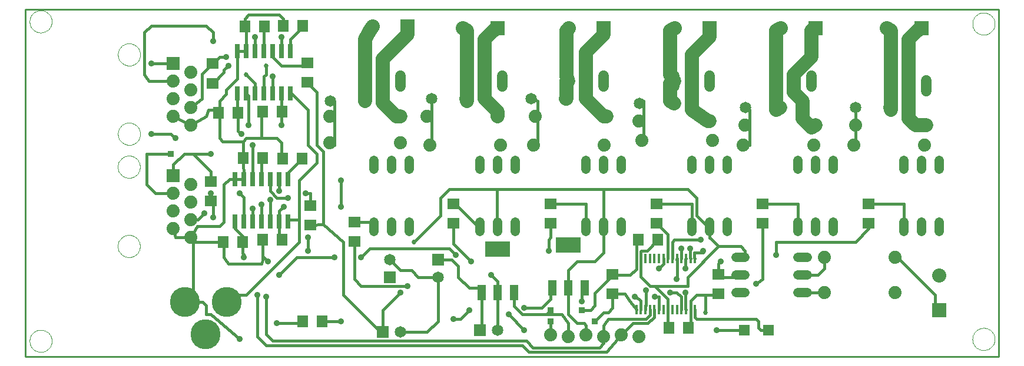
<source format=gtl>
G75*
G70*
%OFA0B0*%
%FSLAX24Y24*%
%IPPOS*%
%LPD*%
%AMOC8*
5,1,8,0,0,1.08239X$1,22.5*
%
%ADD10C,0.0000*%
%ADD11C,0.0100*%
%ADD12R,0.0137X0.0550*%
%ADD13C,0.0740*%
%ADD14R,0.0630X0.0709*%
%ADD15C,0.0520*%
%ADD16C,0.0600*%
%ADD17C,0.0650*%
%ADD18R,0.0709X0.0630*%
%ADD19R,0.0800X0.0800*%
%ADD20C,0.0800*%
%ADD21R,0.0260X0.0800*%
%ADD22R,0.0740X0.0740*%
%ADD23R,0.0480X0.0880*%
%ADD24R,0.1417X0.0866*%
%ADD25R,0.0650X0.0650*%
%ADD26C,0.1700*%
%ADD27R,0.0591X0.0591*%
%ADD28C,0.0160*%
%ADD29R,0.0356X0.0356*%
%ADD30C,0.0356*%
%ADD31C,0.0270*%
%ADD32C,0.0787*%
D10*
X000396Y001026D02*
X000398Y001076D01*
X000404Y001126D01*
X000414Y001175D01*
X000428Y001223D01*
X000445Y001270D01*
X000466Y001315D01*
X000491Y001359D01*
X000519Y001400D01*
X000551Y001439D01*
X000585Y001476D01*
X000622Y001510D01*
X000662Y001540D01*
X000704Y001567D01*
X000748Y001591D01*
X000794Y001612D01*
X000841Y001628D01*
X000889Y001641D01*
X000939Y001650D01*
X000988Y001655D01*
X001039Y001656D01*
X001089Y001653D01*
X001138Y001646D01*
X001187Y001635D01*
X001235Y001620D01*
X001281Y001602D01*
X001326Y001580D01*
X001369Y001554D01*
X001410Y001525D01*
X001449Y001493D01*
X001485Y001458D01*
X001517Y001420D01*
X001547Y001380D01*
X001574Y001337D01*
X001597Y001293D01*
X001616Y001247D01*
X001632Y001199D01*
X001644Y001150D01*
X001652Y001101D01*
X001656Y001051D01*
X001656Y001001D01*
X001652Y000951D01*
X001644Y000902D01*
X001632Y000853D01*
X001616Y000805D01*
X001597Y000759D01*
X001574Y000715D01*
X001547Y000672D01*
X001517Y000632D01*
X001485Y000594D01*
X001449Y000559D01*
X001410Y000527D01*
X001369Y000498D01*
X001326Y000472D01*
X001281Y000450D01*
X001235Y000432D01*
X001187Y000417D01*
X001138Y000406D01*
X001089Y000399D01*
X001039Y000396D01*
X000988Y000397D01*
X000939Y000402D01*
X000889Y000411D01*
X000841Y000424D01*
X000794Y000440D01*
X000748Y000461D01*
X000704Y000485D01*
X000662Y000512D01*
X000622Y000542D01*
X000585Y000576D01*
X000551Y000613D01*
X000519Y000652D01*
X000491Y000693D01*
X000466Y000737D01*
X000445Y000782D01*
X000428Y000829D01*
X000414Y000877D01*
X000404Y000926D01*
X000398Y000976D01*
X000396Y001026D01*
X005387Y006406D02*
X005389Y006456D01*
X005395Y006506D01*
X005405Y006555D01*
X005419Y006603D01*
X005436Y006650D01*
X005457Y006695D01*
X005482Y006739D01*
X005510Y006780D01*
X005542Y006819D01*
X005576Y006856D01*
X005613Y006890D01*
X005653Y006920D01*
X005695Y006947D01*
X005739Y006971D01*
X005785Y006992D01*
X005832Y007008D01*
X005880Y007021D01*
X005930Y007030D01*
X005979Y007035D01*
X006030Y007036D01*
X006080Y007033D01*
X006129Y007026D01*
X006178Y007015D01*
X006226Y007000D01*
X006272Y006982D01*
X006317Y006960D01*
X006360Y006934D01*
X006401Y006905D01*
X006440Y006873D01*
X006476Y006838D01*
X006508Y006800D01*
X006538Y006760D01*
X006565Y006717D01*
X006588Y006673D01*
X006607Y006627D01*
X006623Y006579D01*
X006635Y006530D01*
X006643Y006481D01*
X006647Y006431D01*
X006647Y006381D01*
X006643Y006331D01*
X006635Y006282D01*
X006623Y006233D01*
X006607Y006185D01*
X006588Y006139D01*
X006565Y006095D01*
X006538Y006052D01*
X006508Y006012D01*
X006476Y005974D01*
X006440Y005939D01*
X006401Y005907D01*
X006360Y005878D01*
X006317Y005852D01*
X006272Y005830D01*
X006226Y005812D01*
X006178Y005797D01*
X006129Y005786D01*
X006080Y005779D01*
X006030Y005776D01*
X005979Y005777D01*
X005930Y005782D01*
X005880Y005791D01*
X005832Y005804D01*
X005785Y005820D01*
X005739Y005841D01*
X005695Y005865D01*
X005653Y005892D01*
X005613Y005922D01*
X005576Y005956D01*
X005542Y005993D01*
X005510Y006032D01*
X005482Y006073D01*
X005457Y006117D01*
X005436Y006162D01*
X005419Y006209D01*
X005405Y006257D01*
X005395Y006306D01*
X005389Y006356D01*
X005387Y006406D01*
X005387Y010906D02*
X005389Y010956D01*
X005395Y011006D01*
X005405Y011055D01*
X005419Y011103D01*
X005436Y011150D01*
X005457Y011195D01*
X005482Y011239D01*
X005510Y011280D01*
X005542Y011319D01*
X005576Y011356D01*
X005613Y011390D01*
X005653Y011420D01*
X005695Y011447D01*
X005739Y011471D01*
X005785Y011492D01*
X005832Y011508D01*
X005880Y011521D01*
X005930Y011530D01*
X005979Y011535D01*
X006030Y011536D01*
X006080Y011533D01*
X006129Y011526D01*
X006178Y011515D01*
X006226Y011500D01*
X006272Y011482D01*
X006317Y011460D01*
X006360Y011434D01*
X006401Y011405D01*
X006440Y011373D01*
X006476Y011338D01*
X006508Y011300D01*
X006538Y011260D01*
X006565Y011217D01*
X006588Y011173D01*
X006607Y011127D01*
X006623Y011079D01*
X006635Y011030D01*
X006643Y010981D01*
X006647Y010931D01*
X006647Y010881D01*
X006643Y010831D01*
X006635Y010782D01*
X006623Y010733D01*
X006607Y010685D01*
X006588Y010639D01*
X006565Y010595D01*
X006538Y010552D01*
X006508Y010512D01*
X006476Y010474D01*
X006440Y010439D01*
X006401Y010407D01*
X006360Y010378D01*
X006317Y010352D01*
X006272Y010330D01*
X006226Y010312D01*
X006178Y010297D01*
X006129Y010286D01*
X006080Y010279D01*
X006030Y010276D01*
X005979Y010277D01*
X005930Y010282D01*
X005880Y010291D01*
X005832Y010304D01*
X005785Y010320D01*
X005739Y010341D01*
X005695Y010365D01*
X005653Y010392D01*
X005613Y010422D01*
X005576Y010456D01*
X005542Y010493D01*
X005510Y010532D01*
X005482Y010573D01*
X005457Y010617D01*
X005436Y010662D01*
X005419Y010709D01*
X005405Y010757D01*
X005395Y010806D01*
X005389Y010856D01*
X005387Y010906D01*
X005396Y012776D02*
X005398Y012826D01*
X005404Y012876D01*
X005414Y012925D01*
X005428Y012973D01*
X005445Y013020D01*
X005466Y013065D01*
X005491Y013109D01*
X005519Y013150D01*
X005551Y013189D01*
X005585Y013226D01*
X005622Y013260D01*
X005662Y013290D01*
X005704Y013317D01*
X005748Y013341D01*
X005794Y013362D01*
X005841Y013378D01*
X005889Y013391D01*
X005939Y013400D01*
X005988Y013405D01*
X006039Y013406D01*
X006089Y013403D01*
X006138Y013396D01*
X006187Y013385D01*
X006235Y013370D01*
X006281Y013352D01*
X006326Y013330D01*
X006369Y013304D01*
X006410Y013275D01*
X006449Y013243D01*
X006485Y013208D01*
X006517Y013170D01*
X006547Y013130D01*
X006574Y013087D01*
X006597Y013043D01*
X006616Y012997D01*
X006632Y012949D01*
X006644Y012900D01*
X006652Y012851D01*
X006656Y012801D01*
X006656Y012751D01*
X006652Y012701D01*
X006644Y012652D01*
X006632Y012603D01*
X006616Y012555D01*
X006597Y012509D01*
X006574Y012465D01*
X006547Y012422D01*
X006517Y012382D01*
X006485Y012344D01*
X006449Y012309D01*
X006410Y012277D01*
X006369Y012248D01*
X006326Y012222D01*
X006281Y012200D01*
X006235Y012182D01*
X006187Y012167D01*
X006138Y012156D01*
X006089Y012149D01*
X006039Y012146D01*
X005988Y012147D01*
X005939Y012152D01*
X005889Y012161D01*
X005841Y012174D01*
X005794Y012190D01*
X005748Y012211D01*
X005704Y012235D01*
X005662Y012262D01*
X005622Y012292D01*
X005585Y012326D01*
X005551Y012363D01*
X005519Y012402D01*
X005491Y012443D01*
X005466Y012487D01*
X005445Y012532D01*
X005428Y012579D01*
X005414Y012627D01*
X005404Y012676D01*
X005398Y012726D01*
X005396Y012776D01*
X005396Y017276D02*
X005398Y017326D01*
X005404Y017376D01*
X005414Y017425D01*
X005428Y017473D01*
X005445Y017520D01*
X005466Y017565D01*
X005491Y017609D01*
X005519Y017650D01*
X005551Y017689D01*
X005585Y017726D01*
X005622Y017760D01*
X005662Y017790D01*
X005704Y017817D01*
X005748Y017841D01*
X005794Y017862D01*
X005841Y017878D01*
X005889Y017891D01*
X005939Y017900D01*
X005988Y017905D01*
X006039Y017906D01*
X006089Y017903D01*
X006138Y017896D01*
X006187Y017885D01*
X006235Y017870D01*
X006281Y017852D01*
X006326Y017830D01*
X006369Y017804D01*
X006410Y017775D01*
X006449Y017743D01*
X006485Y017708D01*
X006517Y017670D01*
X006547Y017630D01*
X006574Y017587D01*
X006597Y017543D01*
X006616Y017497D01*
X006632Y017449D01*
X006644Y017400D01*
X006652Y017351D01*
X006656Y017301D01*
X006656Y017251D01*
X006652Y017201D01*
X006644Y017152D01*
X006632Y017103D01*
X006616Y017055D01*
X006597Y017009D01*
X006574Y016965D01*
X006547Y016922D01*
X006517Y016882D01*
X006485Y016844D01*
X006449Y016809D01*
X006410Y016777D01*
X006369Y016748D01*
X006326Y016722D01*
X006281Y016700D01*
X006235Y016682D01*
X006187Y016667D01*
X006138Y016656D01*
X006089Y016649D01*
X006039Y016646D01*
X005988Y016647D01*
X005939Y016652D01*
X005889Y016661D01*
X005841Y016674D01*
X005794Y016690D01*
X005748Y016711D01*
X005704Y016735D01*
X005662Y016762D01*
X005622Y016792D01*
X005585Y016826D01*
X005551Y016863D01*
X005519Y016902D01*
X005491Y016943D01*
X005466Y016987D01*
X005445Y017032D01*
X005428Y017079D01*
X005414Y017127D01*
X005404Y017176D01*
X005398Y017226D01*
X005396Y017276D01*
X000396Y019151D02*
X000398Y019201D01*
X000404Y019251D01*
X000414Y019300D01*
X000428Y019348D01*
X000445Y019395D01*
X000466Y019440D01*
X000491Y019484D01*
X000519Y019525D01*
X000551Y019564D01*
X000585Y019601D01*
X000622Y019635D01*
X000662Y019665D01*
X000704Y019692D01*
X000748Y019716D01*
X000794Y019737D01*
X000841Y019753D01*
X000889Y019766D01*
X000939Y019775D01*
X000988Y019780D01*
X001039Y019781D01*
X001089Y019778D01*
X001138Y019771D01*
X001187Y019760D01*
X001235Y019745D01*
X001281Y019727D01*
X001326Y019705D01*
X001369Y019679D01*
X001410Y019650D01*
X001449Y019618D01*
X001485Y019583D01*
X001517Y019545D01*
X001547Y019505D01*
X001574Y019462D01*
X001597Y019418D01*
X001616Y019372D01*
X001632Y019324D01*
X001644Y019275D01*
X001652Y019226D01*
X001656Y019176D01*
X001656Y019126D01*
X001652Y019076D01*
X001644Y019027D01*
X001632Y018978D01*
X001616Y018930D01*
X001597Y018884D01*
X001574Y018840D01*
X001547Y018797D01*
X001517Y018757D01*
X001485Y018719D01*
X001449Y018684D01*
X001410Y018652D01*
X001369Y018623D01*
X001326Y018597D01*
X001281Y018575D01*
X001235Y018557D01*
X001187Y018542D01*
X001138Y018531D01*
X001089Y018524D01*
X001039Y018521D01*
X000988Y018522D01*
X000939Y018527D01*
X000889Y018536D01*
X000841Y018549D01*
X000794Y018565D01*
X000748Y018586D01*
X000704Y018610D01*
X000662Y018637D01*
X000622Y018667D01*
X000585Y018701D01*
X000551Y018738D01*
X000519Y018777D01*
X000491Y018818D01*
X000466Y018862D01*
X000445Y018907D01*
X000428Y018954D01*
X000414Y019002D01*
X000404Y019051D01*
X000398Y019101D01*
X000396Y019151D01*
X053771Y019026D02*
X053773Y019076D01*
X053779Y019126D01*
X053789Y019175D01*
X053803Y019223D01*
X053820Y019270D01*
X053841Y019315D01*
X053866Y019359D01*
X053894Y019400D01*
X053926Y019439D01*
X053960Y019476D01*
X053997Y019510D01*
X054037Y019540D01*
X054079Y019567D01*
X054123Y019591D01*
X054169Y019612D01*
X054216Y019628D01*
X054264Y019641D01*
X054314Y019650D01*
X054363Y019655D01*
X054414Y019656D01*
X054464Y019653D01*
X054513Y019646D01*
X054562Y019635D01*
X054610Y019620D01*
X054656Y019602D01*
X054701Y019580D01*
X054744Y019554D01*
X054785Y019525D01*
X054824Y019493D01*
X054860Y019458D01*
X054892Y019420D01*
X054922Y019380D01*
X054949Y019337D01*
X054972Y019293D01*
X054991Y019247D01*
X055007Y019199D01*
X055019Y019150D01*
X055027Y019101D01*
X055031Y019051D01*
X055031Y019001D01*
X055027Y018951D01*
X055019Y018902D01*
X055007Y018853D01*
X054991Y018805D01*
X054972Y018759D01*
X054949Y018715D01*
X054922Y018672D01*
X054892Y018632D01*
X054860Y018594D01*
X054824Y018559D01*
X054785Y018527D01*
X054744Y018498D01*
X054701Y018472D01*
X054656Y018450D01*
X054610Y018432D01*
X054562Y018417D01*
X054513Y018406D01*
X054464Y018399D01*
X054414Y018396D01*
X054363Y018397D01*
X054314Y018402D01*
X054264Y018411D01*
X054216Y018424D01*
X054169Y018440D01*
X054123Y018461D01*
X054079Y018485D01*
X054037Y018512D01*
X053997Y018542D01*
X053960Y018576D01*
X053926Y018613D01*
X053894Y018652D01*
X053866Y018693D01*
X053841Y018737D01*
X053820Y018782D01*
X053803Y018829D01*
X053789Y018877D01*
X053779Y018926D01*
X053773Y018976D01*
X053771Y019026D01*
X053770Y001132D02*
X053772Y001182D01*
X053778Y001232D01*
X053788Y001281D01*
X053802Y001329D01*
X053819Y001376D01*
X053840Y001421D01*
X053865Y001465D01*
X053893Y001506D01*
X053925Y001545D01*
X053959Y001582D01*
X053996Y001616D01*
X054036Y001646D01*
X054078Y001673D01*
X054122Y001697D01*
X054168Y001718D01*
X054215Y001734D01*
X054263Y001747D01*
X054313Y001756D01*
X054362Y001761D01*
X054413Y001762D01*
X054463Y001759D01*
X054512Y001752D01*
X054561Y001741D01*
X054609Y001726D01*
X054655Y001708D01*
X054700Y001686D01*
X054743Y001660D01*
X054784Y001631D01*
X054823Y001599D01*
X054859Y001564D01*
X054891Y001526D01*
X054921Y001486D01*
X054948Y001443D01*
X054971Y001399D01*
X054990Y001353D01*
X055006Y001305D01*
X055018Y001256D01*
X055026Y001207D01*
X055030Y001157D01*
X055030Y001107D01*
X055026Y001057D01*
X055018Y001008D01*
X055006Y000959D01*
X054990Y000911D01*
X054971Y000865D01*
X054948Y000821D01*
X054921Y000778D01*
X054891Y000738D01*
X054859Y000700D01*
X054823Y000665D01*
X054784Y000633D01*
X054743Y000604D01*
X054700Y000578D01*
X054655Y000556D01*
X054609Y000538D01*
X054561Y000523D01*
X054512Y000512D01*
X054463Y000505D01*
X054413Y000502D01*
X054362Y000503D01*
X054313Y000508D01*
X054263Y000517D01*
X054215Y000530D01*
X054168Y000546D01*
X054122Y000567D01*
X054078Y000591D01*
X054036Y000618D01*
X053996Y000648D01*
X053959Y000682D01*
X053925Y000719D01*
X053893Y000758D01*
X053865Y000799D01*
X053840Y000843D01*
X053819Y000888D01*
X053802Y000935D01*
X053788Y000983D01*
X053778Y001032D01*
X053772Y001082D01*
X053770Y001132D01*
D11*
X000151Y000151D02*
X000151Y019836D01*
X055269Y019836D01*
X055269Y000151D01*
X000151Y000151D01*
D12*
X034737Y002818D03*
X034993Y002818D03*
X035249Y002818D03*
X035505Y002818D03*
X035760Y002818D03*
X036016Y002818D03*
X036272Y002818D03*
X036528Y002818D03*
X036784Y002818D03*
X037040Y002818D03*
X037296Y002818D03*
X037552Y002818D03*
X037808Y002818D03*
X038064Y002818D03*
X038064Y005697D03*
X037808Y005697D03*
X037552Y005697D03*
X037296Y005697D03*
X037040Y005697D03*
X036784Y005697D03*
X036528Y005697D03*
X036272Y005697D03*
X036016Y005697D03*
X035760Y005697D03*
X035505Y005697D03*
X035249Y005697D03*
X034993Y005697D03*
X034737Y005697D03*
D13*
X045400Y005757D03*
X049400Y005757D03*
X049400Y003757D03*
X045400Y003757D03*
X034900Y001282D03*
X033900Y001382D03*
X032900Y001282D03*
X031900Y001382D03*
X030900Y001282D03*
X029900Y001382D03*
X009517Y006906D03*
X008517Y007406D03*
X009517Y007906D03*
X008517Y008406D03*
X009517Y008906D03*
X008517Y009406D03*
X009517Y009906D03*
X017400Y012257D03*
X017400Y013757D03*
X021400Y013757D03*
X022900Y013757D03*
X021400Y012257D03*
X023045Y012150D03*
X027045Y012150D03*
X028920Y012150D03*
X032920Y012150D03*
X035045Y012400D03*
X034900Y013507D03*
X033025Y013757D03*
X029025Y013757D03*
X026900Y013757D03*
X038900Y013507D03*
X040900Y013257D03*
X039045Y012400D03*
X040795Y012150D03*
X044795Y012150D03*
X047045Y012150D03*
X047150Y013257D03*
X044900Y013257D03*
X051045Y012150D03*
X051150Y013257D03*
X009526Y013276D03*
X008526Y013776D03*
X009526Y014276D03*
X008526Y014776D03*
X009526Y015276D03*
X008526Y015776D03*
X009526Y016276D03*
D14*
X013575Y014052D03*
X014678Y014052D03*
X012196Y013964D03*
X011094Y013964D03*
X012476Y011420D03*
X013578Y011420D03*
X014724Y011382D03*
X015826Y011382D03*
X014701Y006757D03*
X013599Y006757D03*
X012451Y006632D03*
X011349Y006632D03*
X015850Y002151D03*
X016952Y002151D03*
X034849Y006757D03*
X035951Y006757D03*
X036599Y001757D03*
X037701Y001757D03*
X013675Y018862D03*
X014748Y018918D03*
X015850Y018918D03*
X012572Y018862D03*
D15*
X019900Y011277D02*
X019900Y010757D01*
X020900Y010757D02*
X020900Y011277D01*
X021900Y011277D02*
X021900Y010757D01*
X025900Y010757D02*
X025900Y011277D01*
X026900Y011277D02*
X026900Y010757D01*
X027900Y010757D02*
X027900Y011277D01*
X031900Y011277D02*
X031900Y010757D01*
X032900Y010757D02*
X032900Y011277D01*
X033900Y011277D02*
X033900Y010757D01*
X037900Y010757D02*
X037900Y011277D01*
X038900Y011277D02*
X038900Y010757D01*
X039900Y010757D02*
X039900Y011277D01*
X043900Y011277D02*
X043900Y010757D01*
X044900Y010757D02*
X044900Y011277D01*
X045900Y011277D02*
X045900Y010757D01*
X049900Y010757D02*
X049900Y011277D01*
X050900Y011277D02*
X050900Y010757D01*
X051900Y010757D02*
X051900Y011277D01*
X051900Y007757D02*
X051900Y007237D01*
X050900Y007237D02*
X050900Y007757D01*
X049900Y007757D02*
X049900Y007237D01*
X045900Y007237D02*
X045900Y007757D01*
X044900Y007757D02*
X044900Y007237D01*
X043900Y007237D02*
X043900Y007757D01*
X039900Y007757D02*
X039900Y007237D01*
X038900Y007237D02*
X038900Y007757D01*
X037900Y007757D02*
X037900Y007237D01*
X040380Y005757D02*
X040900Y005757D01*
X040900Y004757D02*
X040380Y004757D01*
X040380Y003757D02*
X040900Y003757D01*
X043900Y003757D02*
X044420Y003757D01*
X044420Y004757D02*
X043900Y004757D01*
X043900Y005757D02*
X044420Y005757D01*
X033900Y007237D02*
X033900Y007757D01*
X032900Y007757D02*
X032900Y007237D01*
X031900Y007237D02*
X031900Y007757D01*
X027900Y007757D02*
X027900Y007237D01*
X026900Y007237D02*
X026900Y007757D01*
X025900Y007757D02*
X025900Y007237D01*
X021900Y007237D02*
X021900Y007757D01*
X020900Y007757D02*
X020900Y007237D01*
X019900Y007237D02*
X019900Y007757D01*
D16*
X019400Y015457D02*
X019400Y016057D01*
X020400Y016057D02*
X020400Y015457D01*
X021400Y015457D02*
X021400Y016057D01*
X025150Y016057D02*
X025150Y015457D01*
X026150Y015457D02*
X026150Y016057D01*
X027150Y016057D02*
X027150Y015457D01*
X030900Y015457D02*
X030900Y016057D01*
X031900Y016057D02*
X031900Y015457D01*
X032900Y015457D02*
X032900Y016057D01*
X036900Y016057D02*
X036900Y015457D01*
X037900Y015457D02*
X037900Y016057D01*
X038900Y016057D02*
X038900Y015457D01*
X042650Y015457D02*
X042650Y016057D01*
X043650Y016057D02*
X043650Y015457D01*
X044650Y015457D02*
X044650Y016057D01*
X049150Y015807D02*
X049150Y015207D01*
X050150Y015207D02*
X050150Y015807D01*
X051150Y015807D02*
X051150Y015207D01*
D17*
X049134Y014257D03*
X047166Y014257D03*
X042884Y014257D03*
X040916Y014257D03*
X036884Y014507D03*
X034916Y014507D03*
X030759Y014757D03*
X028791Y014757D03*
X025134Y014757D03*
X023166Y014757D03*
X019384Y014632D03*
X017416Y014632D03*
X020775Y005632D03*
X023507Y004652D03*
X026900Y001632D03*
X021382Y001527D03*
D18*
X033400Y003706D03*
X033400Y004809D03*
X039400Y004809D03*
X039400Y003706D03*
X041900Y007706D03*
X041900Y008809D03*
X035900Y008809D03*
X035900Y007706D03*
X029900Y007706D03*
X029900Y008809D03*
X024400Y008809D03*
X024400Y007706D03*
X018775Y007771D03*
X016295Y007599D03*
X016295Y008701D03*
X018775Y006669D03*
X010670Y008974D03*
X010670Y010076D03*
X010746Y015656D03*
X010746Y016758D03*
X016114Y016816D03*
X016114Y015713D03*
X047900Y008809D03*
X047900Y007706D03*
D19*
X051900Y002757D03*
X050900Y018757D03*
X044900Y018757D03*
X038900Y018757D03*
X032900Y018757D03*
X026900Y018757D03*
X021794Y018864D03*
D20*
X019825Y018864D03*
X024932Y018757D03*
X030932Y018757D03*
X036932Y018757D03*
X042932Y018757D03*
X048932Y018757D03*
X051900Y004726D03*
D21*
X015018Y007797D03*
X014518Y007797D03*
X014018Y007797D03*
X013518Y007797D03*
X013018Y007797D03*
X012518Y007797D03*
X012018Y007797D03*
X012018Y010217D03*
X012518Y010217D03*
X013018Y010217D03*
X013518Y010217D03*
X014018Y010217D03*
X014518Y010217D03*
X015018Y010217D03*
X015144Y015065D03*
X014644Y015065D03*
X014144Y015065D03*
X013644Y015065D03*
X013144Y015065D03*
X012644Y015065D03*
X012144Y015065D03*
X012144Y017485D03*
X012644Y017485D03*
X013144Y017485D03*
X013644Y017485D03*
X014144Y017485D03*
X014644Y017485D03*
X015144Y017485D03*
D22*
X008526Y016776D03*
X008517Y010406D03*
D23*
X025990Y003787D03*
X026900Y003787D03*
X027810Y003787D03*
X029990Y004037D03*
X030900Y004037D03*
X031810Y004037D03*
D24*
X026900Y006228D03*
X030900Y006478D03*
D25*
X023507Y005652D03*
X020775Y004632D03*
X025900Y001632D03*
X020382Y001527D03*
D26*
X011543Y003249D03*
X009181Y003249D03*
X010362Y001398D03*
D27*
X040837Y001651D03*
X042215Y001651D03*
D28*
X041776Y001651D01*
X041651Y001776D01*
X041651Y002151D01*
X041526Y002276D01*
X038151Y002276D01*
X038064Y002364D01*
X038064Y002818D01*
X037808Y002818D02*
X037808Y003308D01*
X038151Y003651D01*
X038651Y003651D01*
X038651Y002651D01*
X037808Y002818D02*
X037808Y001864D01*
X037701Y001757D01*
X036599Y001757D02*
X036528Y001828D01*
X036528Y002818D01*
X036526Y003320D01*
X036526Y003401D01*
X035776Y004151D01*
X037651Y004151D01*
X037651Y004651D01*
X039401Y006401D01*
X040651Y006401D01*
X040901Y006151D01*
X040920Y005757D01*
X040900Y005757D01*
X039526Y005526D02*
X039400Y005400D01*
X039400Y004809D01*
X039651Y004651D01*
X040651Y004651D01*
X040900Y004757D01*
X041526Y004276D02*
X041900Y004525D01*
X041900Y007706D01*
X043900Y007757D02*
X043900Y008809D01*
X041900Y008809D01*
X038900Y007757D02*
X038651Y007651D01*
X038151Y008151D01*
X038151Y009151D01*
X037651Y009651D01*
X032901Y009651D01*
X032901Y009226D01*
X032900Y009225D01*
X032900Y007757D01*
X032900Y006025D01*
X032401Y005526D01*
X031401Y005526D01*
X030901Y005026D01*
X030901Y004036D01*
X030901Y002526D01*
X031401Y002026D01*
X031776Y002026D01*
X031900Y001902D01*
X031900Y001382D01*
X030900Y001282D02*
X030901Y002033D01*
X030901Y002026D01*
X030526Y002526D01*
X029651Y002526D01*
X029901Y002776D01*
X029651Y002526D02*
X028276Y002526D01*
X027810Y002992D01*
X027810Y003787D01*
X026900Y003777D02*
X026900Y003787D01*
X026900Y001632D01*
X025990Y001722D02*
X025990Y003787D01*
X025751Y004026D01*
X025276Y004026D01*
X024651Y004651D01*
X024651Y005276D01*
X024275Y005652D01*
X023507Y005652D01*
X024151Y006276D02*
X024526Y005901D01*
X024151Y006276D02*
X019651Y006276D01*
X019151Y005776D01*
X017651Y005776D02*
X015526Y005776D01*
X014526Y004776D01*
X013526Y005401D02*
X013599Y005599D01*
X013599Y005828D01*
X013599Y006757D01*
X014518Y006941D02*
X014701Y006757D01*
X014518Y006941D02*
X014518Y007797D01*
X014518Y008393D01*
X014776Y008651D01*
X014026Y009026D02*
X014026Y007930D01*
X014018Y007797D01*
X013526Y007805D02*
X013518Y007797D01*
X013526Y007805D02*
X013526Y008776D01*
X013018Y008526D02*
X013018Y007797D01*
X012518Y007797D02*
X012518Y009159D01*
X012276Y009401D01*
X011717Y010217D02*
X011401Y009901D01*
X011401Y007776D01*
X011151Y007526D01*
X009887Y007526D01*
X009517Y006906D01*
X008651Y006901D01*
X008517Y007406D01*
X009517Y006906D02*
X009651Y007151D01*
X009651Y006651D01*
X009651Y003651D01*
X009181Y003249D01*
X010179Y003249D01*
X010401Y003026D01*
X010401Y002526D01*
X010651Y002526D01*
X012276Y001151D01*
X013276Y001276D02*
X013276Y003651D01*
X013776Y003526D02*
X013776Y001401D01*
X014151Y001026D01*
X028526Y001026D01*
X028901Y000651D01*
X032651Y000651D01*
X032901Y000908D01*
X032900Y001282D01*
X032901Y001901D01*
X033158Y002283D01*
X034276Y002283D01*
X034526Y002276D01*
X035276Y002276D01*
X035505Y002505D01*
X035505Y002818D01*
X035760Y002818D02*
X035760Y002385D01*
X035401Y002026D01*
X034544Y002026D01*
X033900Y001382D01*
X033044Y000401D01*
X028651Y000401D01*
X028276Y000776D01*
X013776Y000776D01*
X013276Y001276D01*
X014401Y002026D02*
X015725Y002026D01*
X015850Y002151D01*
X016952Y002151D02*
X018026Y002151D01*
X018151Y003651D02*
X020151Y001651D01*
X020382Y001527D01*
X020382Y002757D01*
X021401Y003776D01*
X021776Y004151D02*
X019151Y004151D01*
X018775Y004527D01*
X018775Y006669D01*
X018151Y006651D02*
X018151Y003651D01*
X020775Y005632D02*
X021381Y005026D01*
X022026Y005026D01*
X022400Y004652D01*
X023507Y004652D01*
X023526Y004633D01*
X023526Y002151D01*
X022902Y001527D01*
X021382Y001527D01*
X024401Y002276D02*
X024776Y002276D01*
X025276Y002776D01*
X027526Y002526D02*
X028401Y001651D01*
X029900Y001382D02*
X029901Y001383D01*
X029901Y002151D01*
X029401Y002901D02*
X028401Y002901D01*
X029401Y002901D02*
X029901Y003401D01*
X029901Y003948D01*
X029990Y004037D01*
X030900Y004037D02*
X030901Y004036D01*
X031651Y003878D02*
X031651Y003276D01*
X032151Y002776D02*
X032401Y003026D01*
X032401Y003745D01*
X033433Y004776D01*
X034401Y004776D01*
X034737Y005112D01*
X034737Y005697D01*
X034737Y006645D01*
X034849Y006757D01*
X035345Y006151D02*
X035951Y006757D01*
X036528Y007078D02*
X036528Y005697D01*
X036776Y005705D02*
X036776Y006651D01*
X036901Y006776D01*
X038401Y006776D01*
X038901Y006881D02*
X038901Y006901D01*
X039401Y006401D01*
X038901Y006881D02*
X038900Y007757D01*
X037900Y007757D02*
X037900Y008809D01*
X035900Y008809D01*
X032901Y009651D02*
X026851Y009651D01*
X024151Y009651D01*
X023651Y009151D01*
X023651Y008151D01*
X022151Y006651D01*
X024400Y006527D02*
X024400Y007706D01*
X024651Y008651D02*
X025651Y007651D01*
X025900Y007757D01*
X026851Y007806D02*
X026851Y009651D01*
X024651Y008651D02*
X024400Y008809D01*
X026851Y007806D02*
X026900Y007757D01*
X029900Y007706D02*
X029900Y006900D01*
X029776Y006776D01*
X029776Y006151D01*
X026901Y004401D02*
X026526Y004776D01*
X026901Y004401D02*
X026901Y003901D01*
X026900Y003777D01*
X025401Y005526D02*
X024400Y006527D01*
X019900Y007757D02*
X018789Y007757D01*
X018775Y007771D01*
X018151Y006651D02*
X017026Y007651D01*
X016295Y007599D01*
X015651Y007901D02*
X015122Y007901D01*
X015018Y007797D01*
X015651Y007901D02*
X015651Y010151D01*
X016651Y011151D01*
X016651Y011651D01*
X016151Y012151D01*
X016151Y014151D01*
X015151Y015151D01*
X015144Y015065D01*
X014651Y015026D02*
X014644Y015065D01*
X014651Y015026D02*
X014651Y014026D01*
X014651Y013276D01*
X013575Y014052D02*
X013526Y014003D01*
X013526Y012526D01*
X014401Y012526D01*
X014651Y012276D01*
X014651Y011455D01*
X014724Y011382D01*
X015018Y010574D02*
X015826Y011382D01*
X016651Y012151D02*
X017026Y011776D01*
X017026Y007651D01*
X015651Y007901D02*
X015651Y006651D01*
X012651Y003651D01*
X011901Y003651D01*
X011543Y003249D01*
X011651Y005401D02*
X013526Y005401D01*
X013901Y005526D02*
X013599Y005828D01*
X012526Y005776D02*
X012526Y005933D01*
X012451Y006007D01*
X012451Y006632D01*
X012451Y006976D01*
X012026Y007401D01*
X012026Y007415D01*
X012018Y007797D01*
X010776Y008026D02*
X010776Y008868D01*
X010670Y008974D01*
X010651Y009401D01*
X010670Y010076D02*
X010651Y010151D01*
X010651Y010651D01*
X009651Y011651D01*
X010651Y011651D01*
X009651Y011651D02*
X009151Y011651D01*
X008531Y011031D01*
X008517Y010406D01*
X007526Y009401D02*
X007026Y009901D01*
X007026Y011651D01*
X008401Y011651D01*
X008651Y012526D02*
X008401Y012776D01*
X007276Y012776D01*
X008526Y013776D02*
X009526Y013276D01*
X010401Y013776D01*
X010526Y014151D01*
X011151Y014151D01*
X011151Y014651D01*
X011526Y015026D01*
X011526Y015276D01*
X012151Y015901D01*
X012151Y017478D01*
X012144Y017485D01*
X012644Y017485D01*
X012637Y018644D01*
X012572Y018862D01*
X012572Y019322D01*
X012776Y019526D01*
X013026Y019526D01*
X014526Y019526D01*
X014748Y019305D01*
X014748Y018918D01*
X015151Y018151D02*
X015651Y018651D01*
X015850Y018918D01*
X015151Y018151D02*
X015151Y017776D01*
X015144Y017485D01*
X014644Y017485D02*
X014644Y018151D01*
X014651Y018151D01*
X014651Y018276D01*
X014685Y018276D02*
X014644Y018235D01*
X014644Y018151D01*
X013651Y017651D02*
X013651Y018651D01*
X013675Y018862D01*
X013151Y018276D02*
X013151Y017617D01*
X013144Y017485D01*
X013644Y017485D02*
X013651Y017651D01*
X014144Y017485D02*
X014151Y017151D01*
X014651Y016651D01*
X016151Y016651D01*
X016114Y016816D01*
X014151Y016026D02*
X014151Y015072D01*
X014144Y015065D01*
X013651Y015151D02*
X013644Y015065D01*
X013651Y015151D02*
X013651Y016026D01*
X013776Y016151D01*
X013776Y016651D01*
X013151Y015651D02*
X012651Y016151D01*
X013151Y015651D02*
X013151Y015151D01*
X013144Y015065D01*
X012776Y014933D02*
X012644Y015065D01*
X012776Y014933D02*
X012776Y013276D01*
X012401Y012776D02*
X012196Y012946D01*
X012196Y013964D01*
X012151Y014009D01*
X012151Y015151D01*
X012144Y015065D01*
X011401Y016276D02*
X010781Y015656D01*
X010746Y015656D01*
X010776Y015687D01*
X010776Y015776D01*
X010151Y016164D02*
X010746Y016758D01*
X011138Y017151D01*
X011526Y017151D01*
X011651Y016651D02*
X011401Y016401D01*
X011401Y016276D01*
X010151Y016164D02*
X010151Y014776D01*
X009526Y014276D01*
X011094Y013964D02*
X011151Y013651D01*
X011151Y014032D01*
X011094Y013964D02*
X011151Y014151D01*
X011151Y013651D02*
X011151Y012526D01*
X011326Y012351D01*
X012476Y012351D01*
X012476Y011420D01*
X012476Y011385D01*
X012518Y010217D01*
X012018Y010217D01*
X011717Y010217D01*
X013018Y010217D02*
X013018Y012143D01*
X013026Y012151D01*
X012651Y012526D02*
X012476Y012351D01*
X012651Y012526D02*
X013526Y012526D01*
X013578Y011420D02*
X013518Y011360D01*
X013518Y010217D01*
X014018Y010217D02*
X014018Y009534D01*
X014401Y009151D01*
X015026Y009151D01*
X014526Y009526D02*
X014518Y009909D01*
X014518Y010217D01*
X015018Y010217D02*
X015018Y010574D01*
X018026Y010151D02*
X018026Y008651D01*
X016295Y008701D02*
X016295Y009382D01*
X016276Y009401D01*
X016026Y009401D01*
X010276Y008276D02*
X009906Y007906D01*
X009517Y007906D01*
X009651Y006651D02*
X011026Y006651D01*
X011349Y006632D01*
X011401Y006580D01*
X011401Y005776D01*
X011651Y005401D01*
X016151Y006151D02*
X016151Y006901D01*
X008517Y009406D02*
X008387Y009401D01*
X007526Y009401D01*
X016651Y012151D02*
X016651Y015151D01*
X016151Y015651D01*
X016114Y015713D01*
X017416Y014632D02*
X017651Y014651D01*
X017651Y013651D01*
X017400Y013757D01*
X017651Y013651D02*
X017651Y012151D01*
X017400Y012257D01*
X014678Y014052D02*
X014677Y014052D01*
X014651Y014026D01*
X008526Y015776D02*
X007151Y015776D01*
X006901Y016151D01*
X006901Y018526D01*
X007276Y018901D01*
X010401Y018901D01*
X010776Y018526D01*
X010776Y018026D01*
X008526Y016776D02*
X007276Y016776D01*
X013026Y019526D02*
X013151Y019533D01*
X023166Y014757D02*
X023151Y014651D01*
X023151Y013651D01*
X022900Y013757D01*
X023151Y013651D02*
X023151Y012151D01*
X023045Y012150D01*
X028920Y012150D02*
X029151Y012151D01*
X029151Y013651D01*
X029025Y013757D01*
X029151Y013651D02*
X029151Y014651D01*
X028791Y014757D01*
X034900Y013507D02*
X035151Y013651D01*
X035151Y012651D01*
X035045Y012400D01*
X035151Y013651D02*
X035151Y014651D01*
X034916Y014507D01*
X040916Y014257D02*
X041151Y014151D01*
X041151Y013151D01*
X040900Y013257D01*
X041151Y013151D02*
X041151Y012151D01*
X040795Y012150D01*
X047045Y012150D02*
X047151Y012151D01*
X047151Y013151D01*
X047150Y013257D01*
X047151Y013151D02*
X047151Y014151D01*
X047166Y014257D01*
X047900Y008809D02*
X049900Y008809D01*
X049900Y007757D01*
X047900Y007706D02*
X047900Y007400D01*
X047151Y006651D01*
X042651Y006651D01*
X042651Y005901D01*
X045007Y004757D02*
X045401Y005151D01*
X045401Y005756D01*
X045400Y005757D01*
X045007Y004757D02*
X043900Y004757D01*
X043900Y003757D02*
X045400Y003757D01*
X049400Y005757D02*
X049651Y005651D01*
X051651Y003651D01*
X051651Y003151D01*
X051900Y002757D01*
X040837Y001651D02*
X039276Y001651D01*
X037552Y002818D02*
X037526Y002844D01*
X037526Y003776D01*
X037276Y003526D02*
X037026Y003776D01*
X036651Y003776D01*
X036026Y003526D02*
X035776Y003526D01*
X036026Y003526D02*
X036026Y003453D01*
X036016Y002818D01*
X035249Y002818D02*
X035276Y003221D01*
X035276Y003901D01*
X035526Y004151D02*
X034993Y004685D01*
X034993Y005697D01*
X034993Y006118D01*
X035026Y006151D01*
X035345Y006151D01*
X036272Y005697D02*
X036276Y005693D01*
X036276Y005401D01*
X036026Y005151D01*
X037026Y005651D02*
X037026Y005683D01*
X037040Y005697D01*
X037040Y004540D01*
X037026Y004526D01*
X035776Y004151D02*
X035526Y004151D01*
X034901Y003401D02*
X034651Y003526D01*
X034901Y003410D02*
X034993Y003318D01*
X034993Y002818D01*
X034737Y002818D02*
X034401Y003276D01*
X034096Y003706D01*
X033400Y003706D01*
X033400Y002900D01*
X033151Y002651D01*
X032901Y002651D01*
X032401Y002151D01*
X032151Y002776D02*
X031651Y002776D01*
X034901Y003401D02*
X034901Y003410D01*
X037276Y003463D02*
X037296Y002818D01*
X037276Y003463D02*
X037276Y003526D01*
X038651Y003651D02*
X039345Y003651D01*
X039400Y003706D01*
X037526Y005151D02*
X037526Y005671D01*
X037552Y005697D01*
X037776Y005728D02*
X037776Y006276D01*
X038026Y006026D02*
X038526Y006026D01*
X038526Y006151D01*
X038026Y006026D02*
X038026Y005734D01*
X038064Y005697D01*
X037808Y005697D02*
X037776Y005728D01*
X037296Y005697D02*
X037276Y006217D01*
X037276Y006276D01*
X036776Y005705D02*
X036784Y005697D01*
X036528Y007078D02*
X035900Y007706D01*
X031900Y007757D02*
X031900Y008809D01*
X029900Y008809D01*
X033400Y004809D02*
X033433Y004776D01*
X031810Y004037D02*
X031651Y003878D01*
X025990Y001722D02*
X025900Y001632D01*
D29*
X029901Y002151D03*
X029901Y002776D03*
X031651Y002776D03*
X032401Y002151D03*
X008401Y011651D03*
D30*
X008651Y012526D03*
X007276Y012776D03*
X010651Y011651D03*
X013026Y012151D03*
X012401Y012776D03*
X012776Y013276D03*
X014651Y013276D03*
X014151Y016026D03*
X011651Y016651D03*
X011526Y017151D03*
X010776Y018026D03*
X013151Y018276D03*
X014651Y018276D03*
X007276Y016776D03*
X018026Y010151D03*
X016026Y009401D03*
X015026Y009151D03*
X014526Y009526D03*
X014026Y009026D03*
X013526Y008776D03*
X013018Y008526D03*
X014776Y008651D03*
X012276Y009401D03*
X010651Y009401D03*
X010276Y008276D03*
X010776Y008026D03*
X016151Y006901D03*
X016151Y006151D03*
X017651Y005776D03*
X019151Y005776D03*
X021776Y004151D03*
X021401Y003776D03*
X024401Y002276D03*
X025276Y002776D03*
X027526Y002526D03*
X028401Y002901D03*
X028401Y001651D03*
X031651Y003276D03*
X034651Y003526D03*
X035276Y003901D03*
X035776Y003526D03*
X036651Y003776D03*
X037526Y003776D03*
X037026Y004526D03*
X037526Y005151D03*
X036026Y005151D03*
X037276Y006276D03*
X037776Y006276D03*
X038526Y006151D03*
X038401Y006776D03*
X039526Y005526D03*
X042651Y005901D03*
X041526Y004276D03*
X039276Y001651D03*
X029776Y006151D03*
X026526Y004776D03*
X025401Y005526D03*
X024526Y005901D03*
X018026Y008651D03*
X012526Y005776D03*
X013901Y005526D03*
X014526Y004776D03*
X013776Y003526D03*
X013276Y003651D03*
X014401Y002026D03*
X012276Y001151D03*
X018026Y002151D03*
D31*
X022151Y006651D03*
X038651Y002651D03*
X012651Y016151D03*
X013776Y016651D03*
D32*
X019401Y015026D02*
X019384Y014632D01*
X019401Y015026D02*
X019401Y015776D01*
X019400Y015757D01*
X019401Y016151D01*
X019401Y018151D01*
X019651Y018651D01*
X019825Y018864D01*
X020401Y017026D02*
X021794Y018419D01*
X021794Y018864D01*
X024932Y018757D02*
X025151Y018651D01*
X025151Y016151D01*
X025150Y015757D01*
X025151Y015651D01*
X025151Y014651D01*
X025134Y014757D01*
X026151Y014776D02*
X026900Y014027D01*
X026900Y013757D01*
X026151Y014776D02*
X026151Y015756D01*
X026150Y015757D01*
X026151Y016151D01*
X026151Y018151D01*
X026651Y018651D01*
X026900Y018757D01*
X030776Y018651D02*
X030932Y018757D01*
X030776Y018651D02*
X030776Y016026D01*
X030900Y015757D01*
X030776Y015776D01*
X030776Y014776D01*
X030759Y014757D01*
X031901Y014776D02*
X032900Y013777D01*
X033025Y013757D01*
X033045Y013757D01*
X031901Y014776D02*
X031901Y015756D01*
X031900Y015757D01*
X031901Y015758D01*
X031901Y017401D01*
X032900Y018400D01*
X032900Y018757D01*
X036651Y018651D02*
X036932Y018757D01*
X036651Y018651D02*
X036651Y016151D01*
X036900Y015757D01*
X036651Y015651D01*
X036651Y014651D01*
X036884Y014507D01*
X037901Y014151D02*
X038795Y013507D01*
X038900Y013507D01*
X037901Y014151D02*
X037901Y014881D01*
X037900Y014882D01*
X037900Y015757D01*
X037901Y015758D01*
X037901Y017276D01*
X038900Y018275D01*
X038900Y018757D01*
X042651Y018651D02*
X042932Y018757D01*
X042651Y018651D02*
X042651Y016151D01*
X042650Y015757D01*
X042651Y015651D01*
X042651Y014151D01*
X042884Y014257D01*
X043651Y015151D02*
X044151Y014651D01*
X044151Y013651D01*
X044651Y013151D01*
X044900Y013257D01*
X049151Y014151D02*
X049134Y014257D01*
X049151Y014151D02*
X049151Y015151D01*
X049150Y015507D01*
X049151Y015651D01*
X049151Y018651D01*
X048932Y018757D01*
X050151Y018151D02*
X050151Y015651D01*
X050150Y015507D01*
X050151Y015506D01*
X050151Y013651D01*
X050545Y013257D01*
X051150Y013257D01*
X044651Y017151D02*
X043651Y016151D01*
X043650Y015757D01*
X043651Y015651D01*
X043651Y015151D01*
X044651Y017151D02*
X044651Y018651D01*
X044900Y018757D01*
X050151Y018151D02*
X050651Y018651D01*
X050900Y018757D01*
X021400Y013757D02*
X021170Y013757D01*
X020401Y014526D01*
X020401Y015758D01*
X020401Y017026D01*
X020401Y015758D02*
X020400Y015757D01*
M02*

</source>
